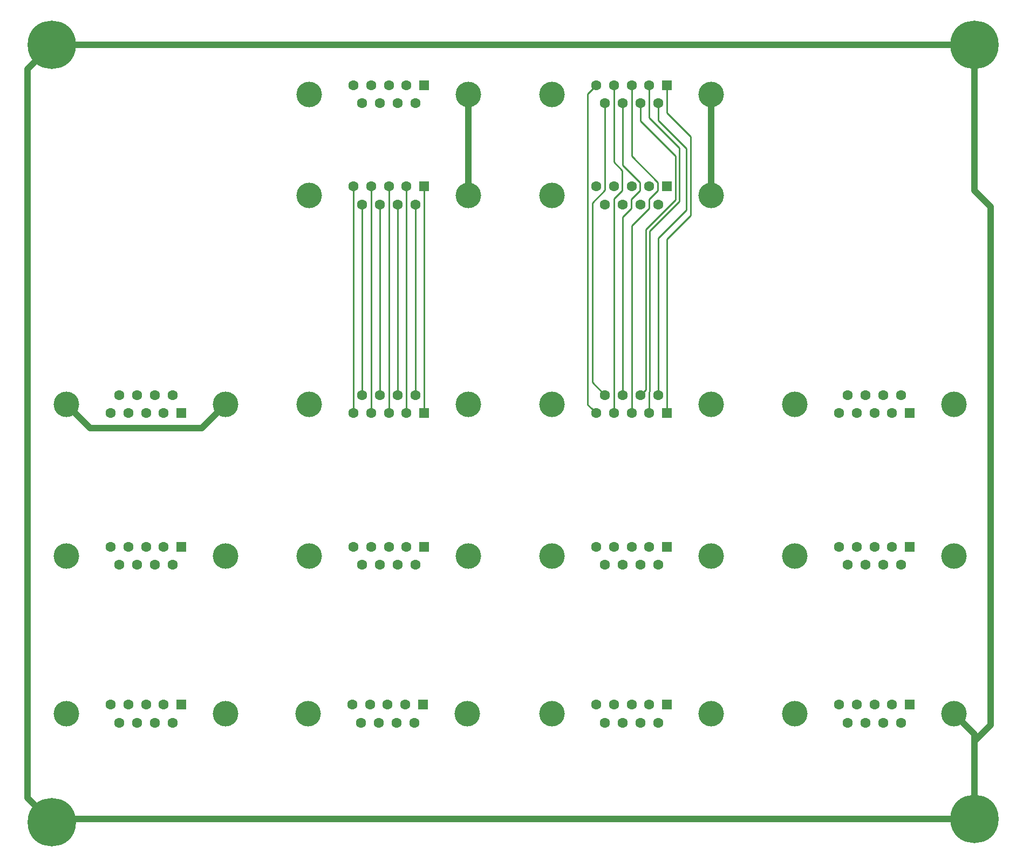
<source format=gbr>
G04 #@! TF.GenerationSoftware,KiCad,Pcbnew,(5.1.4)-1*
G04 #@! TF.CreationDate,2020-06-05T14:27:08+02:00*
G04 #@! TF.ProjectId,Breakout,42726561-6b6f-4757-942e-6b696361645f,rev?*
G04 #@! TF.SameCoordinates,Original*
G04 #@! TF.FileFunction,Copper,L1,Top*
G04 #@! TF.FilePolarity,Positive*
%FSLAX46Y46*%
G04 Gerber Fmt 4.6, Leading zero omitted, Abs format (unit mm)*
G04 Created by KiCad (PCBNEW (5.1.4)-1) date 2020-06-05 14:27:08*
%MOMM*%
%LPD*%
G04 APERTURE LIST*
%ADD10R,1.600000X1.600000*%
%ADD11C,1.600000*%
%ADD12C,4.000000*%
%ADD13C,7.600000*%
%ADD14C,1.000000*%
%ADD15C,0.250000*%
G04 APERTURE END LIST*
D10*
X91440000Y-133985000D03*
D11*
X88670000Y-133985000D03*
X85900000Y-133985000D03*
X83130000Y-133985000D03*
X80360000Y-133985000D03*
X90055000Y-136825000D03*
X87285000Y-136825000D03*
X84515000Y-136825000D03*
X81745000Y-136825000D03*
D12*
X73400000Y-135405000D03*
X98400000Y-135405000D03*
D13*
X215900000Y-151892000D03*
D12*
X174600000Y-38250000D03*
X149600000Y-38250000D03*
D11*
X157945000Y-39670000D03*
X160715000Y-39670000D03*
X163485000Y-39670000D03*
X166255000Y-39670000D03*
X156560000Y-36830000D03*
X159330000Y-36830000D03*
X162100000Y-36830000D03*
X164870000Y-36830000D03*
D10*
X167640000Y-36830000D03*
X129540000Y-52705000D03*
D11*
X126770000Y-52705000D03*
X124000000Y-52705000D03*
X121230000Y-52705000D03*
X118460000Y-52705000D03*
X128155000Y-55545000D03*
X125385000Y-55545000D03*
X122615000Y-55545000D03*
X119845000Y-55545000D03*
D12*
X111500000Y-54125000D03*
X136500000Y-54125000D03*
D10*
X205740000Y-88265000D03*
D11*
X202970000Y-88265000D03*
X200200000Y-88265000D03*
X197430000Y-88265000D03*
X194660000Y-88265000D03*
X204355000Y-85425000D03*
X201585000Y-85425000D03*
X198815000Y-85425000D03*
X196045000Y-85425000D03*
D12*
X212700000Y-86845000D03*
X187700000Y-86845000D03*
X73400000Y-86845000D03*
X98400000Y-86845000D03*
D11*
X81745000Y-85425000D03*
X84515000Y-85425000D03*
X87285000Y-85425000D03*
X90055000Y-85425000D03*
X80360000Y-88265000D03*
X83130000Y-88265000D03*
X85900000Y-88265000D03*
X88670000Y-88265000D03*
D10*
X91440000Y-88265000D03*
X129540000Y-36830000D03*
D11*
X126770000Y-36830000D03*
X124000000Y-36830000D03*
X121230000Y-36830000D03*
X118460000Y-36830000D03*
X128155000Y-39670000D03*
X125385000Y-39670000D03*
X122615000Y-39670000D03*
X119845000Y-39670000D03*
D12*
X111500000Y-38250000D03*
X136500000Y-38250000D03*
X212700000Y-110640000D03*
X187700000Y-110640000D03*
D11*
X196045000Y-112060000D03*
X198815000Y-112060000D03*
X201585000Y-112060000D03*
X204355000Y-112060000D03*
X194660000Y-109220000D03*
X197430000Y-109220000D03*
X200200000Y-109220000D03*
X202970000Y-109220000D03*
D10*
X205740000Y-109220000D03*
X205740000Y-133985000D03*
D11*
X202970000Y-133985000D03*
X200200000Y-133985000D03*
X197430000Y-133985000D03*
X194660000Y-133985000D03*
X204355000Y-136825000D03*
X201585000Y-136825000D03*
X198815000Y-136825000D03*
X196045000Y-136825000D03*
D12*
X187700000Y-135405000D03*
X212700000Y-135405000D03*
X174600000Y-54125000D03*
X149600000Y-54125000D03*
D11*
X157945000Y-55545000D03*
X160715000Y-55545000D03*
X163485000Y-55545000D03*
X166255000Y-55545000D03*
X156560000Y-52705000D03*
X159330000Y-52705000D03*
X162100000Y-52705000D03*
X164870000Y-52705000D03*
D10*
X167640000Y-52705000D03*
D12*
X98400000Y-110640000D03*
X73400000Y-110640000D03*
D11*
X81745000Y-112060000D03*
X84515000Y-112060000D03*
X87285000Y-112060000D03*
X90055000Y-112060000D03*
X80360000Y-109220000D03*
X83130000Y-109220000D03*
X85900000Y-109220000D03*
X88670000Y-109220000D03*
D10*
X91440000Y-109220000D03*
D12*
X149600000Y-86845000D03*
X174600000Y-86845000D03*
D11*
X157945000Y-85425000D03*
X160715000Y-85425000D03*
X163485000Y-85425000D03*
X166255000Y-85425000D03*
X156560000Y-88265000D03*
X159330000Y-88265000D03*
X162100000Y-88265000D03*
X164870000Y-88265000D03*
D10*
X167640000Y-88265000D03*
X167640000Y-133985000D03*
D11*
X164870000Y-133985000D03*
X162100000Y-133985000D03*
X159330000Y-133985000D03*
X156560000Y-133985000D03*
X166255000Y-136825000D03*
X163485000Y-136825000D03*
X160715000Y-136825000D03*
X157945000Y-136825000D03*
D12*
X149600000Y-135405000D03*
X174600000Y-135405000D03*
X174600000Y-110640000D03*
X149600000Y-110640000D03*
D11*
X157945000Y-112060000D03*
X160715000Y-112060000D03*
X163485000Y-112060000D03*
X166255000Y-112060000D03*
X156560000Y-109220000D03*
X159330000Y-109220000D03*
X162100000Y-109220000D03*
X164870000Y-109220000D03*
D10*
X167640000Y-109220000D03*
X129540000Y-88265000D03*
D11*
X126770000Y-88265000D03*
X124000000Y-88265000D03*
X121230000Y-88265000D03*
X118460000Y-88265000D03*
X128155000Y-85425000D03*
X125385000Y-85425000D03*
X122615000Y-85425000D03*
X119845000Y-85425000D03*
D12*
X136500000Y-86845000D03*
X111500000Y-86845000D03*
X136325000Y-135405000D03*
X111325000Y-135405000D03*
D11*
X119670000Y-136825000D03*
X122440000Y-136825000D03*
X125210000Y-136825000D03*
X127980000Y-136825000D03*
X118285000Y-133985000D03*
X121055000Y-133985000D03*
X123825000Y-133985000D03*
X126595000Y-133985000D03*
D10*
X129365000Y-133985000D03*
X129540000Y-109220000D03*
D11*
X126770000Y-109220000D03*
X124000000Y-109220000D03*
X121230000Y-109220000D03*
X118460000Y-109220000D03*
X128155000Y-112060000D03*
X125385000Y-112060000D03*
X122615000Y-112060000D03*
X119845000Y-112060000D03*
D12*
X111500000Y-110640000D03*
X136500000Y-110640000D03*
D13*
X71120000Y-30480000D03*
X215900000Y-30480000D03*
X71120000Y-152400000D03*
D14*
X174600000Y-41078427D02*
X174600000Y-54125000D01*
X174600000Y-38250000D02*
X174600000Y-41078427D01*
X136500000Y-41078427D02*
X136500000Y-54125000D01*
X136500000Y-38250000D02*
X136500000Y-41078427D01*
X75399999Y-88844999D02*
X73400000Y-86845000D01*
X77120001Y-90565001D02*
X75399999Y-88844999D01*
X94679999Y-90565001D02*
X77120001Y-90565001D01*
X98400000Y-86845000D02*
X94679999Y-90565001D01*
X215900000Y-138605000D02*
X212700000Y-135405000D01*
X215900000Y-151892000D02*
X215900000Y-138605000D01*
X71628000Y-151892000D02*
X71120000Y-152400000D01*
X215900000Y-151892000D02*
X71628000Y-151892000D01*
X215900000Y-30480000D02*
X71120000Y-30480000D01*
X67320001Y-148600001D02*
X67320001Y-123200001D01*
X67320001Y-148600001D02*
X71120000Y-152400000D01*
X67320001Y-34279999D02*
X67320001Y-148600001D01*
X71120000Y-30480000D02*
X67320001Y-34279999D01*
X215900000Y-53340000D02*
X215900000Y-30480000D01*
X218440000Y-55880000D02*
X215900000Y-53340000D01*
X218440000Y-137160000D02*
X218440000Y-55880000D01*
X215900000Y-151892000D02*
X215900000Y-139700000D01*
X215900000Y-139700000D02*
X218440000Y-137160000D01*
D15*
X157945000Y-53281002D02*
X155956000Y-55270002D01*
X157945000Y-39670000D02*
X157945000Y-53281002D01*
X155956000Y-83436000D02*
X157945000Y-85425000D01*
X155956000Y-55270002D02*
X155956000Y-83436000D01*
X163425001Y-53341001D02*
X162052000Y-54714002D01*
X163425001Y-52068999D02*
X163425001Y-53341001D01*
X160715000Y-39670000D02*
X160715000Y-49358998D01*
X160715000Y-49358998D02*
X163425001Y-52068999D01*
X160715000Y-84293630D02*
X160715000Y-85425000D01*
X160715000Y-57506002D02*
X160715000Y-84293630D01*
X162052000Y-56169002D02*
X160715000Y-57506002D01*
X162052000Y-54714002D02*
X162052000Y-56169002D01*
X164325002Y-84584998D02*
X163485000Y-85425000D01*
X164325002Y-59436000D02*
X164325002Y-84584998D01*
X168965001Y-54796001D02*
X164325002Y-59436000D01*
X168965001Y-47950999D02*
X168965001Y-54796001D01*
X163485000Y-42470998D02*
X163485000Y-39670000D01*
X168965001Y-47950999D02*
X163485000Y-42470998D01*
X166255000Y-39670000D02*
X166255000Y-42303000D01*
X166255000Y-42303000D02*
X170688000Y-46736000D01*
X170688000Y-46736000D02*
X170688000Y-56388000D01*
X166255000Y-60821000D02*
X166255000Y-85425000D01*
X170688000Y-56388000D02*
X166255000Y-60821000D01*
X155760001Y-87465001D02*
X156560000Y-88265000D01*
X155234999Y-86939999D02*
X155760001Y-87465001D01*
X155234999Y-38155001D02*
X155234999Y-86939999D01*
X156560000Y-36830000D02*
X155234999Y-38155001D01*
X159330000Y-88265000D02*
X159330000Y-58094000D01*
X159330000Y-37961370D02*
X159330000Y-36830000D01*
X159330000Y-48893250D02*
X159330000Y-37961370D01*
X160655001Y-50218251D02*
X159330000Y-48893250D01*
X160655001Y-53341001D02*
X160655001Y-50218251D01*
X159389999Y-54606003D02*
X160655001Y-53341001D01*
X159389999Y-58034001D02*
X159389999Y-54606003D01*
X159330000Y-58094000D02*
X159389999Y-58034001D01*
X162100000Y-58891002D02*
X164810001Y-56181001D01*
X162100000Y-88265000D02*
X162100000Y-58891002D01*
X164810001Y-54726001D02*
X166195001Y-53341001D01*
X164810001Y-56181001D02*
X164810001Y-54726001D01*
X166195001Y-52068999D02*
X166195001Y-53341001D01*
X162100000Y-47973998D02*
X166195001Y-52068999D01*
X162100000Y-36830000D02*
X162100000Y-47973998D01*
X164870000Y-40585068D02*
X164870000Y-36830000D01*
X164870000Y-41934000D02*
X164870000Y-40585068D01*
X164870000Y-84959252D02*
X164975010Y-84854242D01*
X164975010Y-84854242D02*
X164975010Y-59705244D01*
X164975010Y-59705244D02*
X169615011Y-55065243D01*
X169615011Y-55065243D02*
X169615011Y-46679011D01*
X164870000Y-88265000D02*
X164870000Y-84959252D01*
X169615011Y-46679011D02*
X164870000Y-41934000D01*
X167640000Y-41148000D02*
X167640000Y-36830000D01*
X171338010Y-44846010D02*
X167640000Y-41148000D01*
X171338010Y-57261990D02*
X171338010Y-44846010D01*
X167640000Y-88265000D02*
X167640000Y-60960000D01*
X167640000Y-60960000D02*
X171338010Y-57261990D01*
X129540000Y-85705002D02*
X129540000Y-88265000D01*
X129540000Y-52705000D02*
X129540000Y-85705002D01*
X126770000Y-52705000D02*
X126770000Y-88265000D01*
X124000000Y-52705000D02*
X124000000Y-88265000D01*
X121230000Y-52705000D02*
X121230000Y-88265000D01*
X118460000Y-52705000D02*
X118460000Y-88265000D01*
X128155000Y-85425000D02*
X128155000Y-55545000D01*
X125385000Y-85425000D02*
X125385000Y-55545000D01*
X122615000Y-56676370D02*
X122615000Y-85425000D01*
X122615000Y-55545000D02*
X122615000Y-56676370D01*
X119845000Y-85425000D02*
X119845000Y-55545000D01*
M02*

</source>
